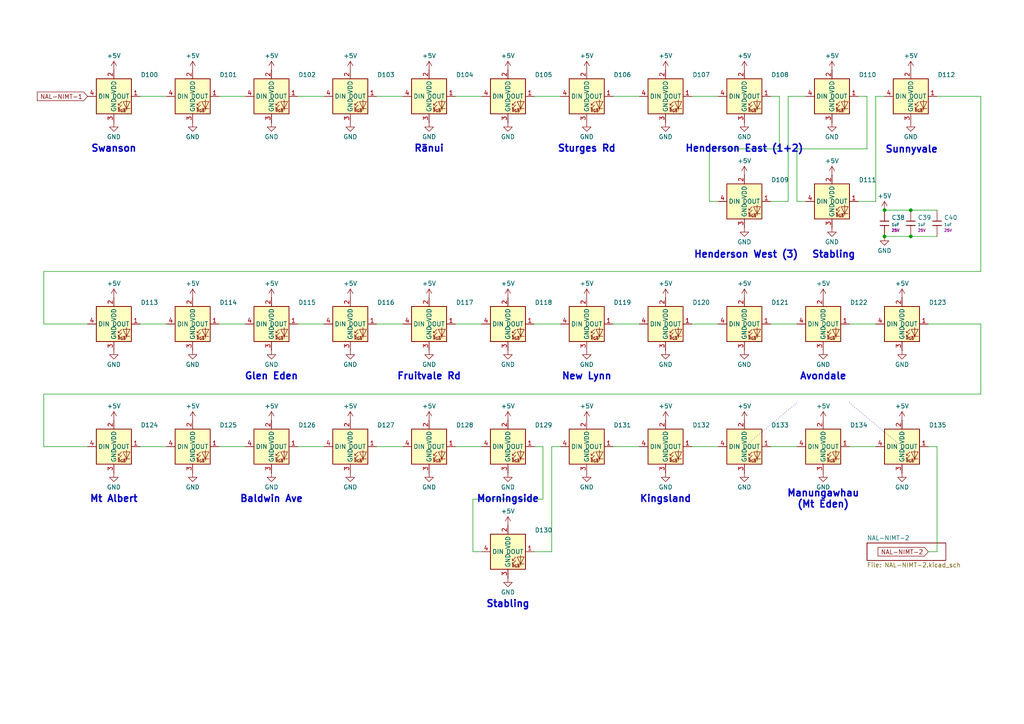
<source format=kicad_sch>
(kicad_sch (version 20250114) (generator "eeschema") (generator_version "9.0")
  (paper "A4")
  (title_block (title "Auckland Train Network Live Map") (date "2025-06-23") (rev "1.1.0") (company "Kea Studios") (comment 1 "©Chris Dirks") (comment 2 "MIT License"))
  (lib_symbols
    (symbol "PCM_JLCPCB-Capacitors:0402,1uF" (pin_numbers (hide yes)) (pin_names (offset 0))
      (property "Reference" "C" (at 2.032 1.668 0))
      (property "Value" "1uF" (at 2.032 -0.3782 0))
      (property "Voltage Rated" "25V" (at 2.032 -2.0462 0))
      (symbol "0402,1uF_1_1"
        (pin passive line (at 0 3.81 270) (length 3.175) (name "~") (number "1"))
        (pin passive line (at 0 -3.81 90) (length 3.175) (name "~") (number "2"))
      )
    )
    (symbol "PCM_JLCPCB-Extended:LED, WS2812B, 1615"
      (property "Reference" "D" (at 1.778 6.604 0))
      (symbol "LED, WS2812B, 1615_0_0"
        (text "RGB" (at 2.286 -4.191 0) (effects (font (size 0.762 0.762))))
      )
      (symbol "LED, WS2812B, 1615_1_1"
        (pin input line (at -7.62 0 0) (length 2.54) (name "DIN") (number "4"))
        (pin power_in line (at 0 7.62 270) (length 2.54) (name "VDD") (number "2"))
        (pin power_in line (at 0 -7.62 90) (length 2.54) (name "GND") (number "3"))
        (pin output line (at 7.62 0 180) (length 2.54) (name "DOUT") (number "1"))
      )
    )
    (symbol "power:+5V" (power) (pin_numbers (hide yes)) (pin_names (offset 0) (hide yes))
      (property "Value" "+5V" (at 0 3.556 0))
      (symbol "+5V_1_1"
        (pin power_in line (at 0 0 90) (length 0) (name "~") (number "1"))
      )
    )
    (symbol "power:GND" (power) (pin_numbers (hide yes)) (pin_names (offset 0) (hide yes))
      (property "Value" "GND" (at 0 -3.81 0))
      (symbol "GND_1_1"
        (pin power_in line (at 0 0 270) (length 0) (name "~") (number "1"))
      )
    )
  )
  (text "Henderson East (1+2)" (at 215.9 43.18 0) (effects (font (size 2 2) (thickness 0.4) (bold yes))))
  (text "Rānui" (at 124.46 43.18 0) (effects (font (size 2 2) (thickness 0.4) (bold yes))))
  (text "Henderson West (3)" (at 216.408 73.914 0) (effects (font (size 2 2) (thickness 0.4) (bold yes))))
  (text "Stabling" (at 147.32 175.26 0) (effects (font (size 2 2) (thickness 0.4) (bold yes))))
  (text "Stabling" (at 241.808 73.914 0) (effects (font (size 2 2) (thickness 0.4) (bold yes))))
  (text "Mt Albert" (at 33.02 144.78 0) (effects (font (size 2 2) (thickness 0.4) (bold yes))))
  (text "Baldwin Ave" (at 78.74 144.78 0) (effects (font (size 2 2) (thickness 0.4) (bold yes))))
  (text "New Lynn" (at 170.18 109.22 0) (effects (font (size 2 2) (thickness 0.4) (bold yes))))
  (text "Kingsland" (at 193.04 144.78 0) (effects (font (size 2 2) (thickness 0.4) (bold yes))))
  (text "Manungawhau\n(Mt Eden)" (at 238.76 144.78 0) (effects (font (size 2 2) (thickness 0.4) (bold yes))))
  (text "Fruitvale Rd" (at 124.46 109.22 0) (effects (font (size 2 2) (thickness 0.4) (bold yes))))
  (text "Sunnyvale" (at 264.414 43.434 0) (effects (font (size 2 2) (thickness 0.4) (bold yes))))
  (text "Swanson" (at 33.02 43.18 0) (effects (font (size 2 2) (thickness 0.4) (bold yes))))
  (text "Sturges Rd" (at 170.18 43.18 0) (effects (font (size 2 2) (thickness 0.4) (bold yes))))
  (text "Glen Eden" (at 78.74 109.22 0) (effects (font (size 2 2) (thickness 0.4) (bold yes))))
  (text "Avondale" (at 238.76 109.22 0) (effects (font (size 2 2) (thickness 0.4) (bold yes))))
  (text "Morningside" (at 147.32 144.78 0) (effects (font (size 2 2) (thickness 0.4) (bold yes))))
  (junction (at 264.16 68.58))
  (junction (at 256.54 60.96))
  (junction (at 264.16 60.96))
  (junction (at 256.54 68.58))
  (wire (pts (xy 226.06 43.18) (xy 205.74 43.18)))
  (wire (pts (xy 137.16 160.02) (xy 139.7 160.02)))
  (wire (pts (xy 223.52 58.42) (xy 228.6 58.42)))
  (wire (pts (xy 160.02 129.54) (xy 162.56 129.54)))
  (wire (pts (xy 12.7 78.74) (xy 12.7 93.98)))
  (wire (pts (xy 284.48 78.74) (xy 12.7 78.74)))
  (wire (pts (xy 63.5 93.98) (xy 71.12 93.98)))
  (wire (pts (xy 109.22 27.94) (xy 116.84 27.94)))
  (wire (pts (xy 154.94 129.54) (xy 157.48 129.54)))
  (wire (pts (xy 63.5 129.54) (xy 71.12 129.54)))
  (wire (pts (xy 251.46 43.18) (xy 231.14 43.18)))
  (wire (pts (xy 86.36 129.54) (xy 93.98 129.54)))
  (wire (pts (xy 205.74 43.18) (xy 205.74 58.42)))
  (wire (pts (xy 177.8 27.94) (xy 185.42 27.94)))
  (wire (pts (xy 284.48 27.94) (xy 284.48 78.74)))
  (wire (pts (xy 271.78 160.02) (xy 271.78 129.54)))
  (wire (pts (xy 254 58.42) (xy 254 27.94)))
  (wire (pts (xy 200.66 27.94) (xy 208.28 27.94)))
  (polyline (pts (xy 231.14 116.84) (xy 215.9 129.54)) (stroke (width 0) (type dot)))
  (wire (pts (xy 284.48 93.98) (xy 284.48 114.3)))
  (wire (pts (xy 248.92 27.94) (xy 251.46 27.94)))
  (wire (pts (xy 269.24 160.02) (xy 271.78 160.02)))
  (wire (pts (xy 157.48 129.54) (xy 157.48 144.78)))
  (wire (pts (xy 154.94 93.98) (xy 162.56 93.98)))
  (wire (pts (xy 226.06 27.94) (xy 226.06 43.18)))
  (wire (pts (xy 284.48 114.3) (xy 12.7 114.3)))
  (wire (pts (xy 246.38 129.54) (xy 254 129.54)))
  (polyline (pts (xy 246.38 116.84) (xy 261.62 129.54)) (stroke (width 0) (type dot)))
  (wire (pts (xy 12.7 93.98) (xy 25.4 93.98)))
  (wire (pts (xy 86.36 93.98) (xy 93.98 93.98)))
  (wire (pts (xy 40.64 27.94) (xy 48.26 27.94)))
  (wire (pts (xy 132.08 27.94) (xy 139.7 27.94)))
  (wire (pts (xy 223.52 129.54) (xy 231.14 129.54)))
  (wire (pts (xy 264.16 60.96) (xy 271.78 60.96)))
  (wire (pts (xy 109.22 93.98) (xy 116.84 93.98)))
  (wire (pts (xy 177.8 129.54) (xy 185.42 129.54)))
  (wire (pts (xy 177.8 93.98) (xy 185.42 93.98)))
  (wire (pts (xy 40.64 93.98) (xy 48.26 93.98)))
  (wire (pts (xy 231.14 43.18) (xy 231.14 58.42)))
  (wire (pts (xy 251.46 27.94) (xy 251.46 43.18)))
  (wire (pts (xy 160.02 160.02) (xy 160.02 129.54)))
  (wire (pts (xy 264.16 68.58) (xy 271.78 68.58)))
  (wire (pts (xy 269.24 93.98) (xy 284.48 93.98)))
  (wire (pts (xy 137.16 144.78) (xy 137.16 160.02)))
  (wire (pts (xy 271.78 129.54) (xy 269.24 129.54)))
  (wire (pts (xy 256.54 68.58) (xy 264.16 68.58)))
  (wire (pts (xy 200.66 93.98) (xy 208.28 93.98)))
  (wire (pts (xy 205.74 58.42) (xy 208.28 58.42)))
  (wire (pts (xy 154.94 160.02) (xy 160.02 160.02)))
  (wire (pts (xy 132.08 93.98) (xy 139.7 93.98)))
  (wire (pts (xy 248.92 58.42) (xy 254 58.42)))
  (wire (pts (xy 200.66 129.54) (xy 208.28 129.54)))
  (wire (pts (xy 12.7 129.54) (xy 25.4 129.54)))
  (wire (pts (xy 256.54 60.96) (xy 264.16 60.96)))
  (wire (pts (xy 86.36 27.94) (xy 93.98 27.94)))
  (wire (pts (xy 157.48 144.78) (xy 137.16 144.78)))
  (wire (pts (xy 154.94 27.94) (xy 162.56 27.94)))
  (wire (pts (xy 40.64 129.54) (xy 48.26 129.54)))
  (wire (pts (xy 109.22 129.54) (xy 116.84 129.54)))
  (wire (pts (xy 254 27.94) (xy 256.54 27.94)))
  (wire (pts (xy 228.6 58.42) (xy 228.6 27.94)))
  (wire (pts (xy 63.5 27.94) (xy 71.12 27.94)))
  (wire (pts (xy 271.78 27.94) (xy 284.48 27.94)))
  (wire (pts (xy 223.52 27.94) (xy 226.06 27.94)))
  (wire (pts (xy 246.38 93.98) (xy 254 93.98)))
  (wire (pts (xy 231.14 58.42) (xy 233.68 58.42)))
  (wire (pts (xy 223.52 93.98) (xy 231.14 93.98)))
  (wire (pts (xy 228.6 27.94) (xy 233.68 27.94)))
  (wire (pts (xy 132.08 129.54) (xy 139.7 129.54)))
  (wire (pts (xy 12.7 114.3) (xy 12.7 129.54)))
  (global_label "NAL-NIMT-2" (shape input) (at 269.24 160.02 180) (property "Intersheetrefs" "${INTERSHEET_REFS}" (effects (hide yes))))
  (global_label "NAL-NIMT-1" (shape input) (at 25.4 27.94 180) (property "Intersheetrefs" "${INTERSHEET_REFS}" (effects (hide yes))))
  (symbol (lib_id "power:GND") (at 193.04 101.6 0) (unit 1)
    (property "Reference" "#PWR097" (effects (hide yes)))
    (property "Value" "GND" (at 193.04 105.7331 0))
    (property "Description" "Power symbol creates a global label with name \"GND\" , ground" (effects (hide yes)))
  )
  (symbol (lib_id "PCM_JLCPCB-Extended:LED, WS2812B, 1615") (at 193.04 93.98 0) (unit 1)
    (property "Reference" "D120" (at 203.3776 87.7334 0))
    (property "Value" "XL-1615RGBC-WS2812B-S" (effects (hide yes)))
    (property "Footprint" "PCM_JLCPCB:LED-SMD_4P-L1.6-W1.5_XL-1615RGBC-WS2812B" (effects (hide yes)))
    (property "Datasheet" "https://atta.szlcsc.com/upload/public/pdf/source/20230111/5AD58278EBED6B6650A81C53A19BF314.pdf" (effects (hide yes)))
    (property "Description" "1615 RGB LEDs(Built-in IC) ROHS" (effects (hide yes)))
    (property "LCSC" "C41413180" (effects (hide yes)))
    (property "Manufacturer" "XINGLIGHT" (effects (hide yes)))
    (property "Part" "XL-1615RGBC-WS2812B-S" (effects (hide yes)))
  )
  (symbol (lib_id "PCM_JLCPCB-Extended:LED, WS2812B, 1615") (at 261.62 129.54 0) (unit 1)
    (property "Reference" "D135" (at 271.9576 123.2934 0))
    (property "Value" "XL-1615RGBC-WS2812B-S" (effects (hide yes)))
    (property "Footprint" "PCM_JLCPCB:LED-SMD_4P-L1.6-W1.5_XL-1615RGBC-WS2812B" (effects (hide yes)))
    (property "Datasheet" "https://atta.szlcsc.com/upload/public/pdf/source/20230111/5AD58278EBED6B6650A81C53A19BF314.pdf" (effects (hide yes)))
    (property "Description" "1615 RGB LEDs(Built-in IC) ROHS" (effects (hide yes)))
    (property "LCSC" "C41413180" (effects (hide yes)))
    (property "Manufacturer" "XINGLIGHT" (effects (hide yes)))
    (property "Part" "XL-1615RGBC-WS2812B-S" (effects (hide yes)))
  )
  (symbol (lib_id "power:+5V") (at 241.3 20.32 0) (unit 1)
    (property "Reference" "#PWR076" (effects (hide yes)))
    (property "Value" "+5V" (at 241.3 16.1869 0))
    (property "Description" "Power symbol creates a global label with name \"+5V\"" (effects (hide yes)))
  )
  (symbol (lib_id "power:+5V") (at 124.46 86.36 0) (unit 1)
    (property "Reference" "#PWR090" (effects (hide yes)))
    (property "Value" "+5V" (at 124.46 82.2269 0))
    (property "Description" "Power symbol creates a global label with name \"+5V\"" (effects (hide yes)))
  )
  (symbol (lib_id "power:GND") (at 101.6 101.6 0) (unit 1)
    (property "Reference" "#PWR089" (effects (hide yes)))
    (property "Value" "GND" (at 101.6 105.7331 0))
    (property "Description" "Power symbol creates a global label with name \"GND\" , ground" (effects (hide yes)))
  )
  (symbol (lib_id "power:GND") (at 215.9 66.04 0) (unit 1)
    (property "Reference" "#PWR075" (effects (hide yes)))
    (property "Value" "GND" (at 215.9 70.1731 0))
    (property "Description" "Power symbol creates a global label with name \"GND\" , ground" (effects (hide yes)))
  )
  (symbol (lib_id "power:+5V") (at 170.18 121.92 0) (unit 1)
    (property "Reference" "#PWR0118" (effects (hide yes)))
    (property "Value" "+5V" (at 170.18 117.7869 0))
    (property "Description" "Power symbol creates a global label with name \"+5V\"" (effects (hide yes)))
  )
  (symbol (lib_id "PCM_JLCPCB-Extended:LED, WS2812B, 1615") (at 124.46 129.54 0) (unit 1)
    (property "Reference" "D128" (at 134.7976 123.2934 0))
    (property "Value" "XL-1615RGBC-WS2812B-S" (effects (hide yes)))
    (property "Footprint" "PCM_JLCPCB:LED-SMD_4P-L1.6-W1.5_XL-1615RGBC-WS2812B" (effects (hide yes)))
    (property "Datasheet" "https://atta.szlcsc.com/upload/public/pdf/source/20230111/5AD58278EBED6B6650A81C53A19BF314.pdf" (effects (hide yes)))
    (property "Description" "1615 RGB LEDs(Built-in IC) ROHS" (effects (hide yes)))
    (property "LCSC" "C41413180" (effects (hide yes)))
    (property "Manufacturer" "XINGLIGHT" (effects (hide yes)))
    (property "Part" "XL-1615RGBC-WS2812B-S" (effects (hide yes)))
  )
  (symbol (lib_id "power:GND") (at 170.18 101.6 0) (unit 1)
    (property "Reference" "#PWR095" (effects (hide yes)))
    (property "Value" "GND" (at 170.18 105.7331 0))
    (property "Description" "Power symbol creates a global label with name \"GND\" , ground" (effects (hide yes)))
  )
  (symbol (lib_id "PCM_JLCPCB-Extended:LED, WS2812B, 1615") (at 147.32 129.54 0) (unit 1)
    (property "Reference" "D129" (at 157.6576 123.2934 0))
    (property "Value" "XL-1615RGBC-WS2812B-S" (effects (hide yes)))
    (property "Footprint" "PCM_JLCPCB:LED-SMD_4P-L1.6-W1.5_XL-1615RGBC-WS2812B" (effects (hide yes)))
    (property "Datasheet" "https://atta.szlcsc.com/upload/public/pdf/source/20230111/5AD58278EBED6B6650A81C53A19BF314.pdf" (effects (hide yes)))
    (property "Description" "1615 RGB LEDs(Built-in IC) ROHS" (effects (hide yes)))
    (property "LCSC" "C41413180" (effects (hide yes)))
    (property "Manufacturer" "XINGLIGHT" (effects (hide yes)))
    (property "Part" "XL-1615RGBC-WS2812B-S" (effects (hide yes)))
  )
  (symbol (lib_id "PCM_JLCPCB-Extended:LED, WS2812B, 1615") (at 78.74 129.54 0) (unit 1)
    (property "Reference" "D126" (at 89.0776 123.2934 0))
    (property "Value" "XL-1615RGBC-WS2812B-S" (effects (hide yes)))
    (property "Footprint" "PCM_JLCPCB:LED-SMD_4P-L1.6-W1.5_XL-1615RGBC-WS2812B" (effects (hide yes)))
    (property "Datasheet" "https://atta.szlcsc.com/upload/public/pdf/source/20230111/5AD58278EBED6B6650A81C53A19BF314.pdf" (effects (hide yes)))
    (property "Description" "1615 RGB LEDs(Built-in IC) ROHS" (effects (hide yes)))
    (property "LCSC" "C41413180" (effects (hide yes)))
    (property "Manufacturer" "XINGLIGHT" (effects (hide yes)))
    (property "Part" "XL-1615RGBC-WS2812B-S" (effects (hide yes)))
  )
  (symbol (lib_id "PCM_JLCPCB-Extended:LED, WS2812B, 1615") (at 170.18 93.98 0) (unit 1)
    (property "Reference" "D119" (at 180.5176 87.7334 0))
    (property "Value" "XL-1615RGBC-WS2812B-S" (effects (hide yes)))
    (property "Footprint" "PCM_JLCPCB:LED-SMD_4P-L1.6-W1.5_XL-1615RGBC-WS2812B" (effects (hide yes)))
    (property "Datasheet" "https://atta.szlcsc.com/upload/public/pdf/source/20230111/5AD58278EBED6B6650A81C53A19BF314.pdf" (effects (hide yes)))
    (property "Description" "1615 RGB LEDs(Built-in IC) ROHS" (effects (hide yes)))
    (property "LCSC" "C41413180" (effects (hide yes)))
    (property "Manufacturer" "XINGLIGHT" (effects (hide yes)))
    (property "Part" "XL-1615RGBC-WS2812B-S" (effects (hide yes)))
  )
  (symbol (lib_id "power:GND") (at 264.16 35.56 0) (unit 1)
    (property "Reference" "#PWR081" (effects (hide yes)))
    (property "Value" "GND" (at 264.16 39.6931 0))
    (property "Description" "Power symbol creates a global label with name \"GND\" , ground" (effects (hide yes)))
  )
  (symbol (lib_id "PCM_JLCPCB-Capacitors:0402,1uF") (at 264.16 64.77 0) (unit 1)
    (property "Reference" "C39" (at 266.192 63.102 0) (effects (justify left)))
    (property "Value" "1uF" (at 266.192 65.1482 0) (effects (font (size 0.8 0.8)) (justify left)))
    (property "Footprint" "PCM_JLCPCB:C_0402" (effects (hide yes)))
    (property "Datasheet" "https://www.lcsc.com/datasheet/lcsc_datasheet_2304140030_Samsung-Electro-Mechanics-CL05A105KA5NQNC_C52923.pdf" (effects (hide yes)))
    (property "Description" "25V 1uF X5R ±10% 0402 Multilayer Ceramic Capacitors MLCC - SMD/SMT ROHS" (effects (hide yes)))
    (property "LCSC" "C52923" (effects (hide yes)))
    (property "Stock" "9606588" (effects (hide yes)))
    (property "Price" "0.006USD" (effects (hide yes)))
    (property "Process" "SMT" (effects (hide yes)))
    (property "Minimum Qty" "20" (effects (hide yes)))
    (property "Attrition Qty" "10" (effects (hide yes)))
    (property "Class" "Basic Component" (effects (hide yes)))
    (property "Category" "Capacitors,Multilayer Ceramic Capacitors MLCC - SMD/SMT" (effects (hide yes)))
    (property "Manufacturer" "Samsung Electro-Mechanics" (effects (hide yes)))
    (property "Part" "CL05A105KA5NQNC" (effects (hide yes)))
    (property "Voltage Rated" "25V" (at 266.192 66.8162 0) (effects (font (size 0.8 0.8)) (justify left)))
    (property "Tolerance" "±10%" (effects (hide yes)))
    (property "Capacitance" "1uF" (effects (hide yes)))
    (property "Temperature Coefficient" "X5R" (effects (hide yes)))
  )
  (symbol (lib_id "power:GND") (at 147.32 167.64 0) (unit 1)
    (property "Reference" "#PWR0117" (effects (hide yes)))
    (property "Value" "GND" (at 147.32 171.7731 0))
    (property "Description" "Power symbol creates a global label with name \"GND\" , ground" (effects (hide yes)))
  )
  (symbol (lib_id "power:GND") (at 33.02 101.6 0) (unit 1)
    (property "Reference" "#PWR083" (effects (hide yes)))
    (property "Value" "GND" (at 33.02 105.7331 0))
    (property "Description" "Power symbol creates a global label with name \"GND\" , ground" (effects (hide yes)))
  )
  (symbol (lib_id "power:GND") (at 261.62 101.6 0) (unit 1)
    (property "Reference" "#PWR0103" (effects (hide yes)))
    (property "Value" "GND" (at 261.62 105.7331 0))
    (property "Description" "Power symbol creates a global label with name \"GND\" , ground" (effects (hide yes)))
  )
  (symbol (lib_id "power:GND") (at 33.02 137.16 0) (unit 1)
    (property "Reference" "#PWR0105" (effects (hide yes)))
    (property "Value" "GND" (at 33.02 141.2931 0))
    (property "Description" "Power symbol creates a global label with name \"GND\" , ground" (effects (hide yes)))
  )
  (symbol (lib_id "power:GND") (at 193.04 35.56 0) (unit 1)
    (property "Reference" "#PWR073" (effects (hide yes)))
    (property "Value" "GND" (at 193.04 39.6931 0))
    (property "Description" "Power symbol creates a global label with name \"GND\" , ground" (effects (hide yes)))
  )
  (symbol (lib_id "power:GND") (at 124.46 35.56 0) (unit 1)
    (property "Reference" "#PWR070" (effects (hide yes)))
    (property "Value" "GND" (at 124.46 39.6931 0))
    (property "Description" "Power symbol creates a global label with name \"GND\" , ground" (effects (hide yes)))
  )
  (symbol (lib_id "PCM_JLCPCB-Extended:LED, WS2812B, 1615") (at 170.18 27.94 0) (unit 1)
    (property "Reference" "D106" (at 180.5176 21.6934 0))
    (property "Value" "XL-1615RGBC-WS2812B-S" (effects (hide yes)))
    (property "Footprint" "PCM_JLCPCB:LED-SMD_4P-L1.6-W1.5_XL-1615RGBC-WS2812B" (effects (hide yes)))
    (property "Datasheet" "https://atta.szlcsc.com/upload/public/pdf/source/20230111/5AD58278EBED6B6650A81C53A19BF314.pdf" (effects (hide yes)))
    (property "Description" "1615 RGB LEDs(Built-in IC) ROHS" (effects (hide yes)))
    (property "LCSC" "C41413180" (effects (hide yes)))
    (property "Manufacturer" "XINGLIGHT" (effects (hide yes)))
    (property "Part" "XL-1615RGBC-WS2812B-S" (effects (hide yes)))
  )
  (symbol (lib_id "power:+5V") (at 241.3 50.8 0) (unit 1)
    (property "Reference" "#PWR078" (effects (hide yes)))
    (property "Value" "+5V" (at 241.3 46.6669 0))
    (property "Description" "Power symbol creates a global label with name \"+5V\"" (effects (hide yes)))
  )
  (symbol (lib_id "PCM_JLCPCB-Extended:LED, WS2812B, 1615") (at 78.74 93.98 0) (unit 1)
    (property "Reference" "D115" (at 89.0776 87.7334 0))
    (property "Value" "XL-1615RGBC-WS2812B-S" (effects (hide yes)))
    (property "Footprint" "PCM_JLCPCB:LED-SMD_4P-L1.6-W1.5_XL-1615RGBC-WS2812B" (effects (hide yes)))
    (property "Datasheet" "https://atta.szlcsc.com/upload/public/pdf/source/20230111/5AD58278EBED6B6650A81C53A19BF314.pdf" (effects (hide yes)))
    (property "Description" "1615 RGB LEDs(Built-in IC) ROHS" (effects (hide yes)))
    (property "LCSC" "C41413180" (effects (hide yes)))
    (property "Manufacturer" "XINGLIGHT" (effects (hide yes)))
    (property "Part" "XL-1615RGBC-WS2812B-S" (effects (hide yes)))
  )
  (symbol (lib_id "power:+5V") (at 261.62 86.36 0) (unit 1)
    (property "Reference" "#PWR0102" (effects (hide yes)))
    (property "Value" "+5V" (at 261.62 82.2269 0))
    (property "Description" "Power symbol creates a global label with name \"+5V\"" (effects (hide yes)))
  )
  (symbol (lib_id "power:GND") (at 101.6 35.56 0) (unit 1)
    (property "Reference" "#PWR069" (effects (hide yes)))
    (property "Value" "GND" (at 101.6 39.6931 0))
    (property "Description" "Power symbol creates a global label with name \"GND\" , ground" (effects (hide yes)))
  )
  (symbol (lib_id "power:GND") (at 55.88 101.6 0) (unit 1)
    (property "Reference" "#PWR085" (effects (hide yes)))
    (property "Value" "GND" (at 55.88 105.7331 0))
    (property "Description" "Power symbol creates a global label with name \"GND\" , ground" (effects (hide yes)))
  )
  (symbol (lib_id "power:+5V") (at 78.74 86.36 0) (unit 1)
    (property "Reference" "#PWR086" (effects (hide yes)))
    (property "Value" "+5V" (at 78.74 82.2269 0))
    (property "Description" "Power symbol creates a global label with name \"+5V\"" (effects (hide yes)))
  )
  (symbol (lib_id "power:GND") (at 238.76 101.6 0) (unit 1)
    (property "Reference" "#PWR0101" (effects (hide yes)))
    (property "Value" "GND" (at 238.76 105.7331 0))
    (property "Description" "Power symbol creates a global label with name \"GND\" , ground" (effects (hide yes)))
  )
  (symbol (lib_id "PCM_JLCPCB-Extended:LED, WS2812B, 1615") (at 238.76 93.98 0) (unit 1)
    (property "Reference" "D122" (at 249.0976 87.7334 0))
    (property "Value" "XL-1615RGBC-WS2812B-S" (effects (hide yes)))
    (property "Footprint" "PCM_JLCPCB:LED-SMD_4P-L1.6-W1.5_XL-1615RGBC-WS2812B" (effects (hide yes)))
    (property "Datasheet" "https://atta.szlcsc.com/upload/public/pdf/source/20230111/5AD58278EBED6B6650A81C53A19BF314.pdf" (effects (hide yes)))
    (property "Description" "1615 RGB LEDs(Built-in IC) ROHS" (effects (hide yes)))
    (property "LCSC" "C41413180" (effects (hide yes)))
    (property "Manufacturer" "XINGLIGHT" (effects (hide yes)))
    (property "Part" "XL-1615RGBC-WS2812B-S" (effects (hide yes)))
  )
  (symbol (lib_id "PCM_JLCPCB-Extended:LED, WS2812B, 1615") (at 147.32 160.02 0) (unit 1)
    (property "Reference" "D130" (at 157.6576 153.7734 0))
    (property "Value" "XL-1615RGBC-WS2812B-S" (effects (hide yes)))
    (property "Footprint" "PCM_JLCPCB:LED-SMD_4P-L1.6-W1.5_XL-1615RGBC-WS2812B" (effects (hide yes)))
    (property "Datasheet" "https://atta.szlcsc.com/upload/public/pdf/source/20230111/5AD58278EBED6B6650A81C53A19BF314.pdf" (effects (hide yes)))
    (property "Description" "1615 RGB LEDs(Built-in IC) ROHS" (effects (hide yes)))
    (property "LCSC" "C41413180" (effects (hide yes)))
    (property "Manufacturer" "XINGLIGHT" (effects (hide yes)))
    (property "Part" "XL-1615RGBC-WS2812B-S" (effects (hide yes)))
  )
  (symbol (lib_id "power:GND") (at 55.88 137.16 0) (unit 1)
    (property "Reference" "#PWR0107" (effects (hide yes)))
    (property "Value" "GND" (at 55.88 141.2931 0))
    (property "Description" "Power symbol creates a global label with name \"GND\" , ground" (effects (hide yes)))
  )
  (symbol (lib_id "power:GND") (at 55.88 35.56 0) (unit 1)
    (property "Reference" "#PWR067" (effects (hide yes)))
    (property "Value" "GND" (at 55.88 39.6931 0))
    (property "Description" "Power symbol creates a global label with name \"GND\" , ground" (effects (hide yes)))
  )
  (symbol (lib_id "power:+5V") (at 33.02 20.32 0) (unit 1)
    (property "Reference" "#PWR056" (effects (hide yes)))
    (property "Value" "+5V" (at 33.02 16.1869 0))
    (property "Description" "Power symbol creates a global label with name \"+5V\"" (effects (hide yes)))
  )
  (symbol (lib_id "PCM_JLCPCB-Extended:LED, WS2812B, 1615") (at 33.02 27.94 0) (unit 1)
    (property "Reference" "D100" (at 43.3576 21.6934 0))
    (property "Value" "XL-1615RGBC-WS2812B-S" (effects (hide yes)))
    (property "Footprint" "PCM_JLCPCB:LED-SMD_4P-L1.6-W1.5_XL-1615RGBC-WS2812B" (effects (hide yes)))
    (property "Datasheet" "https://atta.szlcsc.com/upload/public/pdf/source/20230111/5AD58278EBED6B6650A81C53A19BF314.pdf" (effects (hide yes)))
    (property "Description" "1615 RGB LEDs(Built-in IC) ROHS" (effects (hide yes)))
    (property "LCSC" "C41413180" (effects (hide yes)))
    (property "Manufacturer" "XINGLIGHT" (effects (hide yes)))
    (property "Part" "XL-1615RGBC-WS2812B-S" (effects (hide yes)))
  )
  (symbol (lib_id "power:GND") (at 170.18 137.16 0) (unit 1)
    (property "Reference" "#PWR0119" (effects (hide yes)))
    (property "Value" "GND" (at 170.18 141.2931 0))
    (property "Description" "Power symbol creates a global label with name \"GND\" , ground" (effects (hide yes)))
  )
  (symbol (lib_id "power:GND") (at 215.9 101.6 0) (unit 1)
    (property "Reference" "#PWR099" (effects (hide yes)))
    (property "Value" "GND" (at 215.9 105.7331 0))
    (property "Description" "Power symbol creates a global label with name \"GND\" , ground" (effects (hide yes)))
  )
  (symbol (lib_id "power:+5V") (at 33.02 86.36 0) (unit 1)
    (property "Reference" "#PWR082" (effects (hide yes)))
    (property "Value" "+5V" (at 33.02 82.2269 0))
    (property "Description" "Power symbol creates a global label with name \"+5V\"" (effects (hide yes)))
  )
  (symbol (lib_id "power:+5V") (at 147.32 20.32 0) (unit 1)
    (property "Reference" "#PWR061" (effects (hide yes)))
    (property "Value" "+5V" (at 147.32 16.1869 0))
    (property "Description" "Power symbol creates a global label with name \"+5V\"" (effects (hide yes)))
  )
  (symbol (lib_id "PCM_JLCPCB-Extended:LED, WS2812B, 1615") (at 215.9 58.42 0) (unit 1)
    (property "Reference" "D109" (at 226.2376 52.1734 0))
    (property "Value" "XL-1615RGBC-WS2812B-S" (effects (hide yes)))
    (property "Footprint" "PCM_JLCPCB:LED-SMD_4P-L1.6-W1.5_XL-1615RGBC-WS2812B" (effects (hide yes)))
    (property "Datasheet" "https://atta.szlcsc.com/upload/public/pdf/source/20230111/5AD58278EBED6B6650A81C53A19BF314.pdf" (effects (hide yes)))
    (property "Description" "1615 RGB LEDs(Built-in IC) ROHS" (effects (hide yes)))
    (property "LCSC" "C41413180" (effects (hide yes)))
    (property "Manufacturer" "XINGLIGHT" (effects (hide yes)))
    (property "Part" "XL-1615RGBC-WS2812B-S" (effects (hide yes)))
  )
  (symbol (lib_id "PCM_JLCPCB-Capacitors:0402,1uF") (at 256.54 64.77 0) (unit 1)
    (property "Reference" "C38" (at 258.572 63.102 0) (effects (justify left)))
    (property "Value" "1uF" (at 258.572 65.1482 0) (effects (font (size 0.8 0.8)) (justify left)))
    (property "Footprint" "PCM_JLCPCB:C_0402" (effects (hide yes)))
    (property "Datasheet" "https://www.lcsc.com/datasheet/lcsc_datasheet_2304140030_Samsung-Electro-Mechanics-CL05A105KA5NQNC_C52923.pdf" (effects (hide yes)))
    (property "Description" "25V 1uF X5R ±10% 0402 Multilayer Ceramic Capacitors MLCC - SMD/SMT ROHS" (effects (hide yes)))
    (property "LCSC" "C52923" (effects (hide yes)))
    (property "Stock" "9606588" (effects (hide yes)))
    (property "Price" "0.006USD" (effects (hide yes)))
    (property "Process" "SMT" (effects (hide yes)))
    (property "Minimum Qty" "20" (effects (hide yes)))
    (property "Attrition Qty" "10" (effects (hide yes)))
    (property "Class" "Basic Component" (effects (hide yes)))
    (property "Category" "Capacitors,Multilayer Ceramic Capacitors MLCC - SMD/SMT" (effects (hide yes)))
    (property "Manufacturer" "Samsung Electro-Mechanics" (effects (hide yes)))
    (property "Part" "CL05A105KA5NQNC" (effects (hide yes)))
    (property "Voltage Rated" "25V" (at 258.572 66.8162 0) (effects (font (size 0.8 0.8)) (justify left)))
    (property "Tolerance" "±10%" (effects (hide yes)))
    (property "Capacitance" "1uF" (effects (hide yes)))
    (property "Temperature Coefficient" "X5R" (effects (hide yes)))
  )
  (symbol (lib_id "power:+5V") (at 170.18 86.36 0) (unit 1)
    (property "Reference" "#PWR094" (effects (hide yes)))
    (property "Value" "+5V" (at 170.18 82.2269 0))
    (property "Description" "Power symbol creates a global label with name \"+5V\"" (effects (hide yes)))
  )
  (symbol (lib_id "PCM_JLCPCB-Extended:LED, WS2812B, 1615") (at 101.6 93.98 0) (unit 1)
    (property "Reference" "D116" (at 111.9376 87.7334 0))
    (property "Value" "XL-1615RGBC-WS2812B-S" (effects (hide yes)))
    (property "Footprint" "PCM_JLCPCB:LED-SMD_4P-L1.6-W1.5_XL-1615RGBC-WS2812B" (effects (hide yes)))
    (property "Datasheet" "https://atta.szlcsc.com/upload/public/pdf/source/20230111/5AD58278EBED6B6650A81C53A19BF314.pdf" (effects (hide yes)))
    (property "Description" "1615 RGB LEDs(Built-in IC) ROHS" (effects (hide yes)))
    (property "LCSC" "C41413180" (effects (hide yes)))
    (property "Manufacturer" "XINGLIGHT" (effects (hide yes)))
    (property "Part" "XL-1615RGBC-WS2812B-S" (effects (hide yes)))
  )
  (symbol (lib_id "PCM_JLCPCB-Extended:LED, WS2812B, 1615") (at 33.02 129.54 0) (unit 1)
    (property "Reference" "D124" (at 43.3576 123.2934 0))
    (property "Value" "XL-1615RGBC-WS2812B-S" (effects (hide yes)))
    (property "Footprint" "PCM_JLCPCB:LED-SMD_4P-L1.6-W1.5_XL-1615RGBC-WS2812B" (effects (hide yes)))
    (property "Datasheet" "https://atta.szlcsc.com/upload/public/pdf/source/20230111/5AD58278EBED6B6650A81C53A19BF314.pdf" (effects (hide yes)))
    (property "Description" "1615 RGB LEDs(Built-in IC) ROHS" (effects (hide yes)))
    (property "LCSC" "C41413180" (effects (hide yes)))
    (property "Manufacturer" "XINGLIGHT" (effects (hide yes)))
    (property "Part" "XL-1615RGBC-WS2812B-S" (effects (hide yes)))
  )
  (symbol (lib_id "power:GND") (at 78.74 101.6 0) (unit 1)
    (property "Reference" "#PWR087" (effects (hide yes)))
    (property "Value" "GND" (at 78.74 105.7331 0))
    (property "Description" "Power symbol creates a global label with name \"GND\" , ground" (effects (hide yes)))
  )
  (symbol (lib_id "power:GND") (at 147.32 137.16 0) (unit 1)
    (property "Reference" "#PWR0115" (effects (hide yes)))
    (property "Value" "GND" (at 147.32 141.2931 0))
    (property "Description" "Power symbol creates a global label with name \"GND\" , ground" (effects (hide yes)))
  )
  (symbol (lib_id "PCM_JLCPCB-Extended:LED, WS2812B, 1615") (at 264.16 27.94 0) (unit 1)
    (property "Reference" "D112" (at 274.4976 21.6934 0))
    (property "Value" "XL-1615RGBC-WS2812B-S" (effects (hide yes)))
    (property "Footprint" "PCM_JLCPCB:LED-SMD_4P-L1.6-W1.5_XL-1615RGBC-WS2812B" (effects (hide yes)))
    (property "Datasheet" "https://atta.szlcsc.com/upload/public/pdf/source/20230111/5AD58278EBED6B6650A81C53A19BF314.pdf" (effects (hide yes)))
    (property "Description" "1615 RGB LEDs(Built-in IC) ROHS" (effects (hide yes)))
    (property "LCSC" "C41413180" (effects (hide yes)))
    (property "Manufacturer" "XINGLIGHT" (effects (hide yes)))
    (property "Part" "XL-1615RGBC-WS2812B-S" (effects (hide yes)))
  )
  (symbol (lib_id "PCM_JLCPCB-Extended:LED, WS2812B, 1615") (at 170.18 129.54 0) (unit 1)
    (property "Reference" "D131" (at 180.5176 123.2934 0))
    (property "Value" "XL-1615RGBC-WS2812B-S" (effects (hide yes)))
    (property "Footprint" "PCM_JLCPCB:LED-SMD_4P-L1.6-W1.5_XL-1615RGBC-WS2812B" (effects (hide yes)))
    (property "Datasheet" "https://atta.szlcsc.com/upload/public/pdf/source/20230111/5AD58278EBED6B6650A81C53A19BF314.pdf" (effects (hide yes)))
    (property "Description" "1615 RGB LEDs(Built-in IC) ROHS" (effects (hide yes)))
    (property "LCSC" "C41413180" (effects (hide yes)))
    (property "Manufacturer" "XINGLIGHT" (effects (hide yes)))
    (property "Part" "XL-1615RGBC-WS2812B-S" (effects (hide yes)))
  )
  (symbol (lib_id "power:+5V") (at 238.76 121.92 0) (unit 1)
    (property "Reference" "#PWR0124" (effects (hide yes)))
    (property "Value" "+5V" (at 238.76 117.7869 0))
    (property "Description" "Power symbol creates a global label with name \"+5V\"" (effects (hide yes)))
  )
  (symbol (lib_id "power:+5V") (at 147.32 86.36 0) (unit 1)
    (property "Reference" "#PWR092" (effects (hide yes)))
    (property "Value" "+5V" (at 147.32 82.2269 0))
    (property "Description" "Power symbol creates a global label with name \"+5V\"" (effects (hide yes)))
  )
  (symbol (lib_id "PCM_JLCPCB-Extended:LED, WS2812B, 1615") (at 261.62 93.98 0) (unit 1)
    (property "Reference" "D123" (at 271.9576 87.7334 0))
    (property "Value" "XL-1615RGBC-WS2812B-S" (effects (hide yes)))
    (property "Footprint" "PCM_JLCPCB:LED-SMD_4P-L1.6-W1.5_XL-1615RGBC-WS2812B" (effects (hide yes)))
    (property "Datasheet" "https://atta.szlcsc.com/upload/public/pdf/source/20230111/5AD58278EBED6B6650A81C53A19BF314.pdf" (effects (hide yes)))
    (property "Description" "1615 RGB LEDs(Built-in IC) ROHS" (effects (hide yes)))
    (property "LCSC" "C41413180" (effects (hide yes)))
    (property "Manufacturer" "XINGLIGHT" (effects (hide yes)))
    (property "Part" "XL-1615RGBC-WS2812B-S" (effects (hide yes)))
  )
  (symbol (lib_id "power:+5V") (at 238.76 86.36 0) (unit 1)
    (property "Reference" "#PWR0100" (effects (hide yes)))
    (property "Value" "+5V" (at 238.76 82.2269 0))
    (property "Description" "Power symbol creates a global label with name \"+5V\"" (effects (hide yes)))
  )
  (symbol (lib_id "power:GND") (at 215.9 35.56 0) (unit 1)
    (property "Reference" "#PWR074" (effects (hide yes)))
    (property "Value" "GND" (at 215.9 39.6931 0))
    (property "Description" "Power symbol creates a global label with name \"GND\" , ground" (effects (hide yes)))
  )
  (symbol (lib_id "power:+5V") (at 256.54 60.96 0) (unit 1)
    (property "Reference" "#PWR054" (effects (hide yes)))
    (property "Value" "+5V" (at 256.54 56.8269 0))
    (property "Description" "Power symbol creates a global label with name \"+5V\"" (effects (hide yes)))
  )
  (symbol (lib_id "power:+5V") (at 124.46 20.32 0) (unit 1)
    (property "Reference" "#PWR060" (effects (hide yes)))
    (property "Value" "+5V" (at 124.46 16.1869 0))
    (property "Description" "Power symbol creates a global label with name \"+5V\"" (effects (hide yes)))
  )
  (symbol (lib_id "power:GND") (at 78.74 35.56 0) (unit 1)
    (property "Reference" "#PWR068" (effects (hide yes)))
    (property "Value" "GND" (at 78.74 39.6931 0))
    (property "Description" "Power symbol creates a global label with name \"GND\" , ground" (effects (hide yes)))
  )
  (symbol (lib_id "PCM_JLCPCB-Extended:LED, WS2812B, 1615") (at 193.04 129.54 0) (unit 1)
    (property "Reference" "D132" (at 203.3776 123.2934 0))
    (property "Value" "XL-1615RGBC-WS2812B-S" (effects (hide yes)))
    (property "Footprint" "PCM_JLCPCB:LED-SMD_4P-L1.6-W1.5_XL-1615RGBC-WS2812B" (effects (hide yes)))
    (property "Datasheet" "https://atta.szlcsc.com/upload/public/pdf/source/20230111/5AD58278EBED6B6650A81C53A19BF314.pdf" (effects (hide yes)))
    (property "Description" "1615 RGB LEDs(Built-in IC) ROHS" (effects (hide yes)))
    (property "LCSC" "C41413180" (effects (hide yes)))
    (property "Manufacturer" "XINGLIGHT" (effects (hide yes)))
    (property "Part" "XL-1615RGBC-WS2812B-S" (effects (hide yes)))
  )
  (symbol (lib_id "PCM_JLCPCB-Extended:LED, WS2812B, 1615") (at 55.88 129.54 0) (unit 1)
    (property "Reference" "D125" (at 66.2176 123.2934 0))
    (property "Value" "XL-1615RGBC-WS2812B-S" (effects (hide yes)))
    (property "Footprint" "PCM_JLCPCB:LED-SMD_4P-L1.6-W1.5_XL-1615RGBC-WS2812B" (effects (hide yes)))
    (property "Datasheet" "https://atta.szlcsc.com/upload/public/pdf/source/20230111/5AD58278EBED6B6650A81C53A19BF314.pdf" (effects (hide yes)))
    (property "Description" "1615 RGB LEDs(Built-in IC) ROHS" (effects (hide yes)))
    (property "LCSC" "C41413180" (effects (hide yes)))
    (property "Manufacturer" "XINGLIGHT" (effects (hide yes)))
    (property "Part" "XL-1615RGBC-WS2812B-S" (effects (hide yes)))
  )
  (symbol (lib_id "power:GND") (at 261.62 137.16 0) (unit 1)
    (property "Reference" "#PWR0127" (effects (hide yes)))
    (property "Value" "GND" (at 261.62 141.2931 0))
    (property "Description" "Power symbol creates a global label with name \"GND\" , ground" (effects (hide yes)))
  )
  (symbol (lib_id "power:GND") (at 215.9 137.16 0) (unit 1)
    (property "Reference" "#PWR0123" (effects (hide yes)))
    (property "Value" "GND" (at 215.9 141.2931 0))
    (property "Description" "Power symbol creates a global label with name \"GND\" , ground" (effects (hide yes)))
  )
  (symbol (lib_id "power:+5V") (at 215.9 121.92 0) (unit 1)
    (property "Reference" "#PWR0122" (effects (hide yes)))
    (property "Value" "+5V" (at 215.9 117.7869 0))
    (property "Description" "Power symbol creates a global label with name \"+5V\"" (effects (hide yes)))
  )
  (symbol (lib_id "power:GND") (at 241.3 66.04 0) (unit 1)
    (property "Reference" "#PWR079" (effects (hide yes)))
    (property "Value" "GND" (at 241.3 70.1731 0))
    (property "Description" "Power symbol creates a global label with name \"GND\" , ground" (effects (hide yes)))
  )
  (symbol (lib_id "power:GND") (at 147.32 101.6 0) (unit 1)
    (property "Reference" "#PWR093" (effects (hide yes)))
    (property "Value" "GND" (at 147.32 105.7331 0))
    (property "Description" "Power symbol creates a global label with name \"GND\" , ground" (effects (hide yes)))
  )
  (symbol (lib_id "power:GND") (at 124.46 101.6 0) (unit 1)
    (property "Reference" "#PWR091" (effects (hide yes)))
    (property "Value" "GND" (at 124.46 105.7331 0))
    (property "Description" "Power symbol creates a global label with name \"GND\" , ground" (effects (hide yes)))
  )
  (symbol (lib_id "power:+5V") (at 170.18 20.32 0) (unit 1)
    (property "Reference" "#PWR062" (effects (hide yes)))
    (property "Value" "+5V" (at 170.18 16.1869 0))
    (property "Description" "Power symbol creates a global label with name \"+5V\"" (effects (hide yes)))
  )
  (symbol (lib_id "PCM_JLCPCB-Extended:LED, WS2812B, 1615") (at 215.9 129.54 0) (unit 1)
    (property "Reference" "D133" (at 226.2376 123.2934 0))
    (property "Value" "XL-1615RGBC-WS2812B-S" (effects (hide yes)))
    (property "Footprint" "PCM_JLCPCB:LED-SMD_4P-L1.6-W1.5_XL-1615RGBC-WS2812B" (effects (hide yes)))
    (property "Datasheet" "https://atta.szlcsc.com/upload/public/pdf/source/20230111/5AD58278EBED6B6650A81C53A19BF314.pdf" (effects (hide yes)))
    (property "Description" "1615 RGB LEDs(Built-in IC) ROHS" (effects (hide yes)))
    (property "LCSC" "C41413180" (effects (hide yes)))
    (property "Manufacturer" "XINGLIGHT" (effects (hide yes)))
    (property "Part" "XL-1615RGBC-WS2812B-S" (effects (hide yes)))
  )
  (symbol (lib_id "power:+5V") (at 264.16 20.32 0) (unit 1)
    (property "Reference" "#PWR080" (effects (hide yes)))
    (property "Value" "+5V" (at 264.16 16.1869 0))
    (property "Description" "Power symbol creates a global label with name \"+5V\"" (effects (hide yes)))
  )
  (symbol (lib_id "power:+5V") (at 193.04 86.36 0) (unit 1)
    (property "Reference" "#PWR096" (effects (hide yes)))
    (property "Value" "+5V" (at 193.04 82.2269 0))
    (property "Description" "Power symbol creates a global label with name \"+5V\"" (effects (hide yes)))
  )
  (symbol (lib_id "power:+5V") (at 193.04 121.92 0) (unit 1)
    (property "Reference" "#PWR0120" (effects (hide yes)))
    (property "Value" "+5V" (at 193.04 117.7869 0))
    (property "Description" "Power symbol creates a global label with name \"+5V\"" (effects (hide yes)))
  )
  (symbol (lib_id "power:+5V") (at 215.9 20.32 0) (unit 1)
    (property "Reference" "#PWR064" (effects (hide yes)))
    (property "Value" "+5V" (at 215.9 16.1869 0))
    (property "Description" "Power symbol creates a global label with name \"+5V\"" (effects (hide yes)))
  )
  (symbol (lib_id "power:GND") (at 238.76 137.16 0) (unit 1)
    (property "Reference" "#PWR0125" (effects (hide yes)))
    (property "Value" "GND" (at 238.76 141.2931 0))
    (property "Description" "Power symbol creates a global label with name \"GND\" , ground" (effects (hide yes)))
  )
  (symbol (lib_id "PCM_JLCPCB-Extended:LED, WS2812B, 1615") (at 33.02 93.98 0) (unit 1)
    (property "Reference" "D113" (at 43.3576 87.7334 0))
    (property "Value" "XL-1615RGBC-WS2812B-S" (effects (hide yes)))
    (property "Footprint" "PCM_JLCPCB:LED-SMD_4P-L1.6-W1.5_XL-1615RGBC-WS2812B" (effects (hide yes)))
    (property "Datasheet" "https://atta.szlcsc.com/upload/public/pdf/source/20230111/5AD58278EBED6B6650A81C53A19BF314.pdf" (effects (hide yes)))
    (property "Description" "1615 RGB LEDs(Built-in IC) ROHS" (effects (hide yes)))
    (property "LCSC" "C41413180" (effects (hide yes)))
    (property "Manufacturer" "XINGLIGHT" (effects (hide yes)))
    (property "Part" "XL-1615RGBC-WS2812B-S" (effects (hide yes)))
  )
  (symbol (lib_id "PCM_JLCPCB-Extended:LED, WS2812B, 1615") (at 124.46 93.98 0) (unit 1)
    (property "Reference" "D117" (at 134.7976 87.7334 0))
    (property "Value" "XL-1615RGBC-WS2812B-S" (effects (hide yes)))
    (property "Footprint" "PCM_JLCPCB:LED-SMD_4P-L1.6-W1.5_XL-1615RGBC-WS2812B" (effects (hide yes)))
    (property "Datasheet" "https://atta.szlcsc.com/upload/public/pdf/source/20230111/5AD58278EBED6B6650A81C53A19BF314.pdf" (effects (hide yes)))
    (property "Description" "1615 RGB LEDs(Built-in IC) ROHS" (effects (hide yes)))
    (property "LCSC" "C41413180" (effects (hide yes)))
    (property "Manufacturer" "XINGLIGHT" (effects (hide yes)))
    (property "Part" "XL-1615RGBC-WS2812B-S" (effects (hide yes)))
  )
  (symbol (lib_id "power:+5V") (at 101.6 86.36 0) (unit 1)
    (property "Reference" "#PWR088" (effects (hide yes)))
    (property "Value" "+5V" (at 101.6 82.2269 0))
    (property "Description" "Power symbol creates a global label with name \"+5V\"" (effects (hide yes)))
  )
  (symbol (lib_id "power:+5V") (at 55.88 86.36 0) (unit 1)
    (property "Reference" "#PWR084" (effects (hide yes)))
    (property "Value" "+5V" (at 55.88 82.2269 0))
    (property "Description" "Power symbol creates a global label with name \"+5V\"" (effects (hide yes)))
  )
  (symbol (lib_id "power:+5V") (at 55.88 121.92 0) (unit 1)
    (property "Reference" "#PWR0106" (effects (hide yes)))
    (property "Value" "+5V" (at 55.88 117.7869 0))
    (property "Description" "Power symbol creates a global label with name \"+5V\"" (effects (hide yes)))
  )
  (symbol (lib_id "PCM_JLCPCB-Extended:LED, WS2812B, 1615") (at 124.46 27.94 0) (unit 1)
    (property "Reference" "D104" (at 134.7976 21.6934 0))
    (property "Value" "XL-1615RGBC-WS2812B-S" (effects (hide yes)))
    (property "Footprint" "PCM_JLCPCB:LED-SMD_4P-L1.6-W1.5_XL-1615RGBC-WS2812B" (effects (hide yes)))
    (property "Datasheet" "https://atta.szlcsc.com/upload/public/pdf/source/20230111/5AD58278EBED6B6650A81C53A19BF314.pdf" (effects (hide yes)))
    (property "Description" "1615 RGB LEDs(Built-in IC) ROHS" (effects (hide yes)))
    (property "LCSC" "C41413180" (effects (hide yes)))
    (property "Manufacturer" "XINGLIGHT" (effects (hide yes)))
    (property "Part" "XL-1615RGBC-WS2812B-S" (effects (hide yes)))
  )
  (symbol (lib_id "power:GND") (at 78.74 137.16 0) (unit 1)
    (property "Reference" "#PWR0109" (effects (hide yes)))
    (property "Value" "GND" (at 78.74 141.2931 0))
    (property "Description" "Power symbol creates a global label with name \"GND\" , ground" (effects (hide yes)))
  )
  (symbol (lib_id "power:+5V") (at 147.32 152.4 0) (unit 1)
    (property "Reference" "#PWR0116" (effects (hide yes)))
    (property "Value" "+5V" (at 147.32 148.2669 0))
    (property "Description" "Power symbol creates a global label with name \"+5V\"" (effects (hide yes)))
  )
  (symbol (lib_id "power:GND") (at 124.46 137.16 0) (unit 1)
    (property "Reference" "#PWR0113" (effects (hide yes)))
    (property "Value" "GND" (at 124.46 141.2931 0))
    (property "Description" "Power symbol creates a global label with name \"GND\" , ground" (effects (hide yes)))
  )
  (symbol (lib_id "power:+5V") (at 261.62 121.92 0) (unit 1)
    (property "Reference" "#PWR0126" (effects (hide yes)))
    (property "Value" "+5V" (at 261.62 117.7869 0))
    (property "Description" "Power symbol creates a global label with name \"+5V\"" (effects (hide yes)))
  )
  (symbol (lib_id "power:+5V") (at 124.46 121.92 0) (unit 1)
    (property "Reference" "#PWR0112" (effects (hide yes)))
    (property "Value" "+5V" (at 124.46 117.7869 0))
    (property "Description" "Power symbol creates a global label with name \"+5V\"" (effects (hide yes)))
  )
  (symbol (lib_id "PCM_JLCPCB-Extended:LED, WS2812B, 1615") (at 101.6 27.94 0) (unit 1)
    (property "Reference" "D103" (at 111.9376 21.6934 0))
    (property "Value" "XL-1615RGBC-WS2812B-S" (effects (hide yes)))
    (property "Footprint" "PCM_JLCPCB:LED-SMD_4P-L1.6-W1.5_XL-1615RGBC-WS2812B" (effects (hide yes)))
    (property "Datasheet" "https://atta.szlcsc.com/upload/public/pdf/source/20230111/5AD58278EBED6B6650A81C53A19BF314.pdf" (effects (hide yes)))
    (property "Description" "1615 RGB LEDs(Built-in IC) ROHS" (effects (hide yes)))
    (property "LCSC" "C41413180" (effects (hide yes)))
    (property "Manufacturer" "XINGLIGHT" (effects (hide yes)))
    (property "Part" "XL-1615RGBC-WS2812B-S" (effects (hide yes)))
  )
  (symbol (lib_id "power:+5V") (at 101.6 20.32 0) (unit 1)
    (property "Reference" "#PWR059" (effects (hide yes)))
    (property "Value" "+5V" (at 101.6 16.1869 0))
    (property "Description" "Power symbol creates a global label with name \"+5V\"" (effects (hide yes)))
  )
  (symbol (lib_id "PCM_JLCPCB-Extended:LED, WS2812B, 1615") (at 215.9 27.94 0) (unit 1)
    (property "Reference" "D108" (at 226.2376 21.6934 0))
    (property "Value" "XL-1615RGBC-WS2812B-S" (effects (hide yes)))
    (property "Footprint" "PCM_JLCPCB:LED-SMD_4P-L1.6-W1.5_XL-1615RGBC-WS2812B" (effects (hide yes)))
    (property "Datasheet" "https://atta.szlcsc.com/upload/public/pdf/source/20230111/5AD58278EBED6B6650A81C53A19BF314.pdf" (effects (hide yes)))
    (property "Description" "1615 RGB LEDs(Built-in IC) ROHS" (effects (hide yes)))
    (property "LCSC" "C41413180" (effects (hide yes)))
    (property "Manufacturer" "XINGLIGHT" (effects (hide yes)))
    (property "Part" "XL-1615RGBC-WS2812B-S" (effects (hide yes)))
  )
  (symbol (lib_id "PCM_JLCPCB-Extended:LED, WS2812B, 1615") (at 101.6 129.54 0) (unit 1)
    (property "Reference" "D127" (at 111.9376 123.2934 0))
    (property "Value" "XL-1615RGBC-WS2812B-S" (effects (hide yes)))
    (property "Footprint" "PCM_JLCPCB:LED-SMD_4P-L1.6-W1.5_XL-1615RGBC-WS2812B" (effects (hide yes)))
    (property "Datasheet" "https://atta.szlcsc.com/upload/public/pdf/source/20230111/5AD58278EBED6B6650A81C53A19BF314.pdf" (effects (hide yes)))
    (property "Description" "1615 RGB LEDs(Built-in IC) ROHS" (effects (hide yes)))
    (property "LCSC" "C41413180" (effects (hide yes)))
    (property "Manufacturer" "XINGLIGHT" (effects (hide yes)))
    (property "Part" "XL-1615RGBC-WS2812B-S" (effects (hide yes)))
  )
  (symbol (lib_id "power:+5V") (at 147.32 121.92 0) (unit 1)
    (property "Reference" "#PWR0114" (effects (hide yes)))
    (property "Value" "+5V" (at 147.32 117.7869 0))
    (property "Description" "Power symbol creates a global label with name \"+5V\"" (effects (hide yes)))
  )
  (symbol (lib_id "power:GND") (at 256.54 68.58 0) (unit 1)
    (property "Reference" "#PWR055" (effects (hide yes)))
    (property "Value" "GND" (at 256.54 72.7131 0))
    (property "Description" "Power symbol creates a global label with name \"GND\" , ground" (effects (hide yes)))
  )
  (symbol (lib_id "PCM_JLCPCB-Capacitors:0402,1uF") (at 271.78 64.77 0) (unit 1)
    (property "Reference" "C40" (at 273.812 63.102 0) (effects (justify left)))
    (property "Value" "1uF" (at 273.812 65.1482 0) (effects (font (size 0.8 0.8)) (justify left)))
    (property "Footprint" "PCM_JLCPCB:C_0402" (effects (hide yes)))
    (property "Datasheet" "https://www.lcsc.com/datasheet/lcsc_datasheet_2304140030_Samsung-Electro-Mechanics-CL05A105KA5NQNC_C52923.pdf" (effects (hide yes)))
    (property "Description" "25V 1uF X5R ±10% 0402 Multilayer Ceramic Capacitors MLCC - SMD/SMT ROHS" (effects (hide yes)))
    (property "LCSC" "C52923" (effects (hide yes)))
    (property "Stock" "9606588" (effects (hide yes)))
    (property "Price" "0.006USD" (effects (hide yes)))
    (property "Process" "SMT" (effects (hide yes)))
    (property "Minimum Qty" "20" (effects (hide yes)))
    (property "Attrition Qty" "10" (effects (hide yes)))
    (property "Class" "Basic Component" (effects (hide yes)))
    (property "Category" "Capacitors,Multilayer Ceramic Capacitors MLCC - SMD/SMT" (effects (hide yes)))
    (property "Manufacturer" "Samsung Electro-Mechanics" (effects (hide yes)))
    (property "Part" "CL05A105KA5NQNC" (effects (hide yes)))
    (property "Voltage Rated" "25V" (at 273.812 66.8162 0) (effects (font (size 0.8 0.8)) (justify left)))
    (property "Tolerance" "±10%" (effects (hide yes)))
    (property "Capacitance" "1uF" (effects (hide yes)))
    (property "Temperature Coefficient" "X5R" (effects (hide yes)))
  )
  (symbol (lib_id "power:GND") (at 147.32 35.56 0) (unit 1)
    (property "Reference" "#PWR071" (effects (hide yes)))
    (property "Value" "GND" (at 147.32 39.6931 0))
    (property "Description" "Power symbol creates a global label with name \"GND\" , ground" (effects (hide yes)))
  )
  (symbol (lib_id "power:GND") (at 33.02 35.56 0) (unit 1)
    (property "Reference" "#PWR066" (effects (hide yes)))
    (property "Value" "GND" (at 33.02 39.6931 0))
    (property "Description" "Power symbol creates a global label with name \"GND\" , ground" (effects (hide yes)))
  )
  (symbol (lib_id "power:GND") (at 193.04 137.16 0) (unit 1)
    (property "Reference" "#PWR0121" (effects (hide yes)))
    (property "Value" "GND" (at 193.04 141.2931 0))
    (property "Description" "Power symbol creates a global label with name \"GND\" , ground" (effects (hide yes)))
  )
  (symbol (lib_id "PCM_JLCPCB-Extended:LED, WS2812B, 1615") (at 55.88 27.94 0) (unit 1)
    (property "Reference" "D101" (at 66.2176 21.6934 0))
    (property "Value" "XL-1615RGBC-WS2812B-S" (effects (hide yes)))
    (property "Footprint" "PCM_JLCPCB:LED-SMD_4P-L1.6-W1.5_XL-1615RGBC-WS2812B" (effects (hide yes)))
    (property "Datasheet" "https://atta.szlcsc.com/upload/public/pdf/source/20230111/5AD58278EBED6B6650A81C53A19BF314.pdf" (effects (hide yes)))
    (property "Description" "1615 RGB LEDs(Built-in IC) ROHS" (effects (hide yes)))
    (property "LCSC" "C41413180" (effects (hide yes)))
    (property "Manufacturer" "XINGLIGHT" (effects (hide yes)))
    (property "Part" "XL-1615RGBC-WS2812B-S" (effects (hide yes)))
  )
  (symbol (lib_id "PCM_JLCPCB-Extended:LED, WS2812B, 1615") (at 193.04 27.94 0) (unit 1)
    (property "Reference" "D107" (at 203.3776 21.6934 0))
    (property "Value" "XL-1615RGBC-WS2812B-S" (effects (hide yes)))
    (property "Footprint" "PCM_JLCPCB:LED-SMD_4P-L1.6-W1.5_XL-1615RGBC-WS2812B" (effects (hide yes)))
    (property "Datasheet" "https://atta.szlcsc.com/upload/public/pdf/source/20230111/5AD58278EBED6B6650A81C53A19BF314.pdf" (effects (hide yes)))
    (property "Description" "1615 RGB LEDs(Built-in IC) ROHS" (effects (hide yes)))
    (property "LCSC" "C41413180" (effects (hide yes)))
    (property "Manufacturer" "XINGLIGHT" (effects (hide yes)))
    (property "Part" "XL-1615RGBC-WS2812B-S" (effects (hide yes)))
  )
  (symbol (lib_id "power:+5V") (at 101.6 121.92 0) (unit 1)
    (property "Reference" "#PWR0110" (effects (hide yes)))
    (property "Value" "+5V" (at 101.6 117.7869 0))
    (property "Description" "Power symbol creates a global label with name \"+5V\"" (effects (hide yes)))
  )
  (symbol (lib_id "PCM_JLCPCB-Extended:LED, WS2812B, 1615") (at 147.32 27.94 0) (unit 1)
    (property "Reference" "D105" (at 157.6576 21.6934 0))
    (property "Value" "XL-1615RGBC-WS2812B-S" (effects (hide yes)))
    (property "Footprint" "PCM_JLCPCB:LED-SMD_4P-L1.6-W1.5_XL-1615RGBC-WS2812B" (effects (hide yes)))
    (property "Datasheet" "https://atta.szlcsc.com/upload/public/pdf/source/20230111/5AD58278EBED6B6650A81C53A19BF314.pdf" (effects (hide yes)))
    (property "Description" "1615 RGB LEDs(Built-in IC) ROHS" (effects (hide yes)))
    (property "LCSC" "C41413180" (effects (hide yes)))
    (property "Manufacturer" "XINGLIGHT" (effects (hide yes)))
    (property "Part" "XL-1615RGBC-WS2812B-S" (effects (hide yes)))
  )
  (symbol (lib_id "PCM_JLCPCB-Extended:LED, WS2812B, 1615") (at 215.9 93.98 0) (unit 1)
    (property "Reference" "D121" (at 226.2376 87.7334 0))
    (property "Value" "XL-1615RGBC-WS2812B-S" (effects (hide yes)))
    (property "Footprint" "PCM_JLCPCB:LED-SMD_4P-L1.6-W1.5_XL-1615RGBC-WS2812B" (effects (hide yes)))
    (property "Datasheet" "https://atta.szlcsc.com/upload/public/pdf/source/20230111/5AD58278EBED6B6650A81C53A19BF314.pdf" (effects (hide yes)))
    (property "Description" "1615 RGB LEDs(Built-in IC) ROHS" (effects (hide yes)))
    (property "LCSC" "C41413180" (effects (hide yes)))
    (property "Manufacturer" "XINGLIGHT" (effects (hide yes)))
    (property "Part" "XL-1615RGBC-WS2812B-S" (effects (hide yes)))
  )
  (symbol (lib_id "power:+5V") (at 193.04 20.32 0) (unit 1)
    (property "Reference" "#PWR063" (effects (hide yes)))
    (property "Value" "+5V" (at 193.04 16.1869 0))
    (property "Description" "Power symbol creates a global label with name \"+5V\"" (effects (hide yes)))
  )
  (symbol (lib_id "power:GND") (at 101.6 137.16 0) (unit 1)
    (property "Reference" "#PWR0111" (effects (hide yes)))
    (property "Value" "GND" (at 101.6 141.2931 0))
    (property "Description" "Power symbol creates a global label with name \"GND\" , ground" (effects (hide yes)))
  )
  (symbol (lib_id "power:+5V") (at 78.74 20.32 0) (unit 1)
    (property "Reference" "#PWR058" (effects (hide yes)))
    (property "Value" "+5V" (at 78.74 16.1869 0))
    (property "Description" "Power symbol creates a global label with name \"+5V\"" (effects (hide yes)))
  )
  (symbol (lib_id "power:GND") (at 170.18 35.56 0) (unit 1)
    (property "Reference" "#PWR072" (effects (hide yes)))
    (property "Value" "GND" (at 170.18 39.6931 0))
    (property "Description" "Power symbol creates a global label with name \"GND\" , ground" (effects (hide yes)))
  )
  (symbol (lib_id "power:+5V") (at 215.9 86.36 0) (unit 1)
    (property "Reference" "#PWR098" (effects (hide yes)))
    (property "Value" "+5V" (at 215.9 82.2269 0))
    (property "Description" "Power symbol creates a global label with name \"+5V\"" (effects (hide yes)))
  )
  (symbol (lib_id "PCM_JLCPCB-Extended:LED, WS2812B, 1615") (at 147.32 93.98 0) (unit 1)
    (property "Reference" "D118" (at 157.6576 87.7334 0))
    (property "Value" "XL-1615RGBC-WS2812B-S" (effects (hide yes)))
    (property "Footprint" "PCM_JLCPCB:LED-SMD_4P-L1.6-W1.5_XL-1615RGBC-WS2812B" (effects (hide yes)))
    (property "Datasheet" "https://atta.szlcsc.com/upload/public/pdf/source/20230111/5AD58278EBED6B6650A81C53A19BF314.pdf" (effects (hide yes)))
    (property "Description" "1615 RGB LEDs(Built-in IC) ROHS" (effects (hide yes)))
    (property "LCSC" "C41413180" (effects (hide yes)))
    (property "Manufacturer" "XINGLIGHT" (effects (hide yes)))
    (property "Part" "XL-1615RGBC-WS2812B-S" (effects (hide yes)))
  )
  (symbol (lib_id "PCM_JLCPCB-Extended:LED, WS2812B, 1615") (at 241.3 27.94 0) (unit 1)
    (property "Reference" "D110" (at 251.6376 21.6934 0))
    (property "Value" "XL-1615RGBC-WS2812B-S" (effects (hide yes)))
    (property "Footprint" "PCM_JLCPCB:LED-SMD_4P-L1.6-W1.5_XL-1615RGBC-WS2812B" (effects (hide yes)))
    (property "Datasheet" "https://atta.szlcsc.com/upload/public/pdf/source/20230111/5AD58278EBED6B6650A81C53A19BF314.pdf" (effects (hide yes)))
    (property "Description" "1615 RGB LEDs(Built-in IC) ROHS" (effects (hide yes)))
    (property "LCSC" "C41413180" (effects (hide yes)))
    (property "Manufacturer" "XINGLIGHT" (effects (hide yes)))
    (property "Part" "XL-1615RGBC-WS2812B-S" (effects (hide yes)))
  )
  (symbol (lib_id "PCM_JLCPCB-Extended:LED, WS2812B, 1615") (at 238.76 129.54 0) (unit 1)
    (property "Reference" "D134" (at 249.0976 123.2934 0))
    (property "Value" "XL-1615RGBC-WS2812B-S" (effects (hide yes)))
    (property "Footprint" "PCM_JLCPCB:LED-SMD_4P-L1.6-W1.5_XL-1615RGBC-WS2812B" (effects (hide yes)))
    (property "Datasheet" "https://atta.szlcsc.com/upload/public/pdf/source/20230111/5AD58278EBED6B6650A81C53A19BF314.pdf" (effects (hide yes)))
    (property "Description" "1615 RGB LEDs(Built-in IC) ROHS" (effects (hide yes)))
    (property "LCSC" "C41413180" (effects (hide yes)))
    (property "Manufacturer" "XINGLIGHT" (effects (hide yes)))
    (property "Part" "XL-1615RGBC-WS2812B-S" (effects (hide yes)))
  )
  (symbol (lib_id "power:+5V") (at 55.88 20.32 0) (unit 1)
    (property "Reference" "#PWR057" (effects (hide yes)))
    (property "Value" "+5V" (at 55.88 16.1869 0))
    (property "Description" "Power symbol creates a global label with name \"+5V\"" (effects (hide yes)))
  )
  (symbol (lib_id "PCM_JLCPCB-Extended:LED, WS2812B, 1615") (at 241.3 58.42 0) (unit 1)
    (property "Reference" "D111" (at 251.6376 52.1734 0))
    (property "Value" "XL-1615RGBC-WS2812B-S" (effects (hide yes)))
    (property "Footprint" "PCM_JLCPCB:LED-SMD_4P-L1.6-W1.5_XL-1615RGBC-WS2812B" (effects (hide yes)))
    (property "Datasheet" "https://atta.szlcsc.com/upload/public/pdf/source/20230111/5AD58278EBED6B6650A81C53A19BF314.pdf" (effects (hide yes)))
    (property "Description" "1615 RGB LEDs(Built-in IC) ROHS" (effects (hide yes)))
    (property "LCSC" "C41413180" (effects (hide yes)))
    (property "Manufacturer" "XINGLIGHT" (effects (hide yes)))
    (property "Part" "XL-1615RGBC-WS2812B-S" (effects (hide yes)))
  )
  (symbol (lib_id "power:GND") (at 241.3 35.56 0) (unit 1)
    (property "Reference" "#PWR077" (effects (hide yes)))
    (property "Value" "GND" (at 241.3 39.6931 0))
    (property "Description" "Power symbol creates a global label with name \"GND\" , ground" (effects (hide yes)))
  )
  (symbol (lib_id "PCM_JLCPCB-Extended:LED, WS2812B, 1615") (at 78.74 27.94 0) (unit 1)
    (property "Reference" "D102" (at 89.0776 21.6934 0))
    (property "Value" "XL-1615RGBC-WS2812B-S" (effects (hide yes)))
    (property "Footprint" "PCM_JLCPCB:LED-SMD_4P-L1.6-W1.5_XL-1615RGBC-WS2812B" (effects (hide yes)))
    (property "Datasheet" "https://atta.szlcsc.com/upload/public/pdf/source/20230111/5AD58278EBED6B6650A81C53A19BF314.pdf" (effects (hide yes)))
    (property "Description" "1615 RGB LEDs(Built-in IC) ROHS" (effects (hide yes)))
    (property "LCSC" "C41413180" (effects (hide yes)))
    (property "Manufacturer" "XINGLIGHT" (effects (hide yes)))
    (property "Part" "XL-1615RGBC-WS2812B-S" (effects (hide yes)))
  )
  (symbol (lib_id "PCM_JLCPCB-Extended:LED, WS2812B, 1615") (at 55.88 93.98 0) (unit 1)
    (property "Reference" "D114" (at 66.2176 87.7334 0))
    (property "Value" "XL-1615RGBC-WS2812B-S" (effects (hide yes)))
    (property "Footprint" "PCM_JLCPCB:LED-SMD_4P-L1.6-W1.5_XL-1615RGBC-WS2812B" (effects (hide yes)))
    (property "Datasheet" "https://atta.szlcsc.com/upload/public/pdf/source/20230111/5AD58278EBED6B6650A81C53A19BF314.pdf" (effects (hide yes)))
    (property "Description" "1615 RGB LEDs(Built-in IC) ROHS" (effects (hide yes)))
    (property "LCSC" "C41413180" (effects (hide yes)))
    (property "Manufacturer" "XINGLIGHT" (effects (hide yes)))
    (property "Part" "XL-1615RGBC-WS2812B-S" (effects (hide yes)))
  )
  (symbol (lib_id "power:+5V") (at 33.02 121.92 0) (unit 1)
    (property "Reference" "#PWR0104" (effects (hide yes)))
    (property "Value" "+5V" (at 33.02 117.7869 0))
    (property "Description" "Power symbol creates a global label with name \"+5V\"" (effects (hide yes)))
  )
  (symbol (lib_id "power:+5V") (at 78.74 121.92 0) (unit 1)
    (property "Reference" "#PWR0108" (effects (hide yes)))
    (property "Value" "+5V" (at 78.74 117.7869 0))
    (property "Description" "Power symbol creates a global label with name \"+5V\"" (effects (hide yes)))
  )
  (symbol (lib_id "power:+5V") (at 215.9 50.8 0) (unit 1)
    (property "Reference" "#PWR065" (effects (hide yes)))
    (property "Value" "+5V" (at 215.9 46.6669 0))
    (property "Description" "Power symbol creates a global label with name \"+5V\"" (effects (hide yes)))
  )
  (sheet (at 251.46 157.48) (size 22.86 5.08) (stroke (width 0.1524))
    (property "Sheetname" "NAL-NIMT-2" (at 251.46 156.7684 0) (effects (justify left bottom)))
    (property "Sheetfile" "NAL-NIMT-2.kicad_sch" (at 251.46 163.1446 0) (effects (justify left top)))
  )
)
</source>
